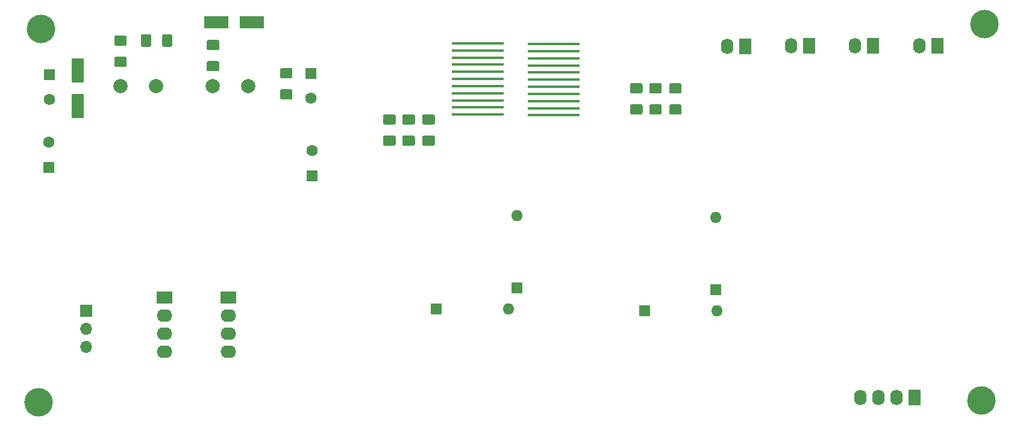
<source format=gbs>
G04 #@! TF.GenerationSoftware,KiCad,Pcbnew,(5.0.0-3-g5ebb6b6)*
G04 #@! TF.CreationDate,2019-01-18T17:45:58+01:00*
G04 #@! TF.ProjectId,Motor_Card,4D6F746F725F436172642E6B69636164,rev?*
G04 #@! TF.SameCoordinates,Original*
G04 #@! TF.FileFunction,Soldermask,Bot*
G04 #@! TF.FilePolarity,Negative*
%FSLAX46Y46*%
G04 Gerber Fmt 4.6, Leading zero omitted, Abs format (unit mm)*
G04 Created by KiCad (PCBNEW (5.0.0-3-g5ebb6b6)) date Friday 18 January 2019 à 17:45:58*
%MOMM*%
%LPD*%
G01*
G04 APERTURE LIST*
%ADD10O,1.600000X1.600000*%
%ADD11R,1.600000X1.600000*%
%ADD12C,1.600000*%
%ADD13C,2.000000*%
%ADD14R,7.400000X0.450000*%
%ADD15C,0.100000*%
%ADD16C,1.425000*%
%ADD17C,4.000000*%
%ADD18R,3.500000X1.800000*%
%ADD19R,1.800000X3.500000*%
%ADD20O,2.200000X1.740000*%
%ADD21R,2.200000X1.740000*%
%ADD22O,1.740000X2.200000*%
%ADD23R,1.740000X2.200000*%
%ADD24O,1.700000X1.700000*%
%ADD25R,1.700000X1.700000*%
G04 APERTURE END LIST*
D10*
G04 #@! TO.C,D3*
X169100000Y-91540000D03*
D11*
X169100000Y-101700000D03*
G04 #@! TD*
D12*
G04 #@! TO.C,C4*
X75400000Y-75000000D03*
D11*
X75400000Y-71500000D03*
G04 #@! TD*
D13*
G04 #@! TO.C,U12*
X85400000Y-73100000D03*
X90400000Y-73100000D03*
G04 #@! TD*
G04 #@! TO.C,U11*
X98400000Y-73100000D03*
X103400000Y-73100000D03*
G04 #@! TD*
D14*
G04 #@! TO.C,K2*
X146300000Y-76200000D03*
X146300000Y-74200000D03*
X146300000Y-72200000D03*
X146300000Y-70200000D03*
X146300000Y-68200000D03*
X146300000Y-67200000D03*
X146300000Y-69200000D03*
X146300000Y-71200000D03*
X146300000Y-73200000D03*
X146300000Y-75200000D03*
X146300000Y-77200000D03*
G04 #@! TD*
D12*
G04 #@! TO.C,C8*
X112300000Y-82200000D03*
D11*
X112300000Y-85700000D03*
G04 #@! TD*
D12*
G04 #@! TO.C,C7*
X75300000Y-81000000D03*
D11*
X75300000Y-84500000D03*
G04 #@! TD*
D12*
G04 #@! TO.C,C3*
X112200000Y-74800000D03*
D11*
X112200000Y-71300000D03*
G04 #@! TD*
D15*
G04 #@! TO.C,C5*
G36*
X99049504Y-69588704D02*
X99073773Y-69592304D01*
X99097571Y-69598265D01*
X99120671Y-69606530D01*
X99142849Y-69617020D01*
X99163893Y-69629633D01*
X99183598Y-69644247D01*
X99201777Y-69660723D01*
X99218253Y-69678902D01*
X99232867Y-69698607D01*
X99245480Y-69719651D01*
X99255970Y-69741829D01*
X99264235Y-69764929D01*
X99270196Y-69788727D01*
X99273796Y-69812996D01*
X99275000Y-69837500D01*
X99275000Y-70762500D01*
X99273796Y-70787004D01*
X99270196Y-70811273D01*
X99264235Y-70835071D01*
X99255970Y-70858171D01*
X99245480Y-70880349D01*
X99232867Y-70901393D01*
X99218253Y-70921098D01*
X99201777Y-70939277D01*
X99183598Y-70955753D01*
X99163893Y-70970367D01*
X99142849Y-70982980D01*
X99120671Y-70993470D01*
X99097571Y-71001735D01*
X99073773Y-71007696D01*
X99049504Y-71011296D01*
X99025000Y-71012500D01*
X97775000Y-71012500D01*
X97750496Y-71011296D01*
X97726227Y-71007696D01*
X97702429Y-71001735D01*
X97679329Y-70993470D01*
X97657151Y-70982980D01*
X97636107Y-70970367D01*
X97616402Y-70955753D01*
X97598223Y-70939277D01*
X97581747Y-70921098D01*
X97567133Y-70901393D01*
X97554520Y-70880349D01*
X97544030Y-70858171D01*
X97535765Y-70835071D01*
X97529804Y-70811273D01*
X97526204Y-70787004D01*
X97525000Y-70762500D01*
X97525000Y-69837500D01*
X97526204Y-69812996D01*
X97529804Y-69788727D01*
X97535765Y-69764929D01*
X97544030Y-69741829D01*
X97554520Y-69719651D01*
X97567133Y-69698607D01*
X97581747Y-69678902D01*
X97598223Y-69660723D01*
X97616402Y-69644247D01*
X97636107Y-69629633D01*
X97657151Y-69617020D01*
X97679329Y-69606530D01*
X97702429Y-69598265D01*
X97726227Y-69592304D01*
X97750496Y-69588704D01*
X97775000Y-69587500D01*
X99025000Y-69587500D01*
X99049504Y-69588704D01*
X99049504Y-69588704D01*
G37*
D16*
X98400000Y-70300000D03*
D15*
G36*
X99049504Y-66613704D02*
X99073773Y-66617304D01*
X99097571Y-66623265D01*
X99120671Y-66631530D01*
X99142849Y-66642020D01*
X99163893Y-66654633D01*
X99183598Y-66669247D01*
X99201777Y-66685723D01*
X99218253Y-66703902D01*
X99232867Y-66723607D01*
X99245480Y-66744651D01*
X99255970Y-66766829D01*
X99264235Y-66789929D01*
X99270196Y-66813727D01*
X99273796Y-66837996D01*
X99275000Y-66862500D01*
X99275000Y-67787500D01*
X99273796Y-67812004D01*
X99270196Y-67836273D01*
X99264235Y-67860071D01*
X99255970Y-67883171D01*
X99245480Y-67905349D01*
X99232867Y-67926393D01*
X99218253Y-67946098D01*
X99201777Y-67964277D01*
X99183598Y-67980753D01*
X99163893Y-67995367D01*
X99142849Y-68007980D01*
X99120671Y-68018470D01*
X99097571Y-68026735D01*
X99073773Y-68032696D01*
X99049504Y-68036296D01*
X99025000Y-68037500D01*
X97775000Y-68037500D01*
X97750496Y-68036296D01*
X97726227Y-68032696D01*
X97702429Y-68026735D01*
X97679329Y-68018470D01*
X97657151Y-68007980D01*
X97636107Y-67995367D01*
X97616402Y-67980753D01*
X97598223Y-67964277D01*
X97581747Y-67946098D01*
X97567133Y-67926393D01*
X97554520Y-67905349D01*
X97544030Y-67883171D01*
X97535765Y-67860071D01*
X97529804Y-67836273D01*
X97526204Y-67812004D01*
X97525000Y-67787500D01*
X97525000Y-66862500D01*
X97526204Y-66837996D01*
X97529804Y-66813727D01*
X97535765Y-66789929D01*
X97544030Y-66766829D01*
X97554520Y-66744651D01*
X97567133Y-66723607D01*
X97581747Y-66703902D01*
X97598223Y-66685723D01*
X97616402Y-66669247D01*
X97636107Y-66654633D01*
X97657151Y-66642020D01*
X97679329Y-66631530D01*
X97702429Y-66623265D01*
X97726227Y-66617304D01*
X97750496Y-66613704D01*
X97775000Y-66612500D01*
X99025000Y-66612500D01*
X99049504Y-66613704D01*
X99049504Y-66613704D01*
G37*
D16*
X98400000Y-67325000D03*
G04 #@! TD*
D15*
G04 #@! TO.C,C6*
G36*
X86049504Y-68988704D02*
X86073773Y-68992304D01*
X86097571Y-68998265D01*
X86120671Y-69006530D01*
X86142849Y-69017020D01*
X86163893Y-69029633D01*
X86183598Y-69044247D01*
X86201777Y-69060723D01*
X86218253Y-69078902D01*
X86232867Y-69098607D01*
X86245480Y-69119651D01*
X86255970Y-69141829D01*
X86264235Y-69164929D01*
X86270196Y-69188727D01*
X86273796Y-69212996D01*
X86275000Y-69237500D01*
X86275000Y-70162500D01*
X86273796Y-70187004D01*
X86270196Y-70211273D01*
X86264235Y-70235071D01*
X86255970Y-70258171D01*
X86245480Y-70280349D01*
X86232867Y-70301393D01*
X86218253Y-70321098D01*
X86201777Y-70339277D01*
X86183598Y-70355753D01*
X86163893Y-70370367D01*
X86142849Y-70382980D01*
X86120671Y-70393470D01*
X86097571Y-70401735D01*
X86073773Y-70407696D01*
X86049504Y-70411296D01*
X86025000Y-70412500D01*
X84775000Y-70412500D01*
X84750496Y-70411296D01*
X84726227Y-70407696D01*
X84702429Y-70401735D01*
X84679329Y-70393470D01*
X84657151Y-70382980D01*
X84636107Y-70370367D01*
X84616402Y-70355753D01*
X84598223Y-70339277D01*
X84581747Y-70321098D01*
X84567133Y-70301393D01*
X84554520Y-70280349D01*
X84544030Y-70258171D01*
X84535765Y-70235071D01*
X84529804Y-70211273D01*
X84526204Y-70187004D01*
X84525000Y-70162500D01*
X84525000Y-69237500D01*
X84526204Y-69212996D01*
X84529804Y-69188727D01*
X84535765Y-69164929D01*
X84544030Y-69141829D01*
X84554520Y-69119651D01*
X84567133Y-69098607D01*
X84581747Y-69078902D01*
X84598223Y-69060723D01*
X84616402Y-69044247D01*
X84636107Y-69029633D01*
X84657151Y-69017020D01*
X84679329Y-69006530D01*
X84702429Y-68998265D01*
X84726227Y-68992304D01*
X84750496Y-68988704D01*
X84775000Y-68987500D01*
X86025000Y-68987500D01*
X86049504Y-68988704D01*
X86049504Y-68988704D01*
G37*
D16*
X85400000Y-69700000D03*
D15*
G36*
X86049504Y-66013704D02*
X86073773Y-66017304D01*
X86097571Y-66023265D01*
X86120671Y-66031530D01*
X86142849Y-66042020D01*
X86163893Y-66054633D01*
X86183598Y-66069247D01*
X86201777Y-66085723D01*
X86218253Y-66103902D01*
X86232867Y-66123607D01*
X86245480Y-66144651D01*
X86255970Y-66166829D01*
X86264235Y-66189929D01*
X86270196Y-66213727D01*
X86273796Y-66237996D01*
X86275000Y-66262500D01*
X86275000Y-67187500D01*
X86273796Y-67212004D01*
X86270196Y-67236273D01*
X86264235Y-67260071D01*
X86255970Y-67283171D01*
X86245480Y-67305349D01*
X86232867Y-67326393D01*
X86218253Y-67346098D01*
X86201777Y-67364277D01*
X86183598Y-67380753D01*
X86163893Y-67395367D01*
X86142849Y-67407980D01*
X86120671Y-67418470D01*
X86097571Y-67426735D01*
X86073773Y-67432696D01*
X86049504Y-67436296D01*
X86025000Y-67437500D01*
X84775000Y-67437500D01*
X84750496Y-67436296D01*
X84726227Y-67432696D01*
X84702429Y-67426735D01*
X84679329Y-67418470D01*
X84657151Y-67407980D01*
X84636107Y-67395367D01*
X84616402Y-67380753D01*
X84598223Y-67364277D01*
X84581747Y-67346098D01*
X84567133Y-67326393D01*
X84554520Y-67305349D01*
X84544030Y-67283171D01*
X84535765Y-67260071D01*
X84529804Y-67236273D01*
X84526204Y-67212004D01*
X84525000Y-67187500D01*
X84525000Y-66262500D01*
X84526204Y-66237996D01*
X84529804Y-66213727D01*
X84535765Y-66189929D01*
X84544030Y-66166829D01*
X84554520Y-66144651D01*
X84567133Y-66123607D01*
X84581747Y-66103902D01*
X84598223Y-66085723D01*
X84616402Y-66069247D01*
X84636107Y-66054633D01*
X84657151Y-66042020D01*
X84679329Y-66031530D01*
X84702429Y-66023265D01*
X84726227Y-66017304D01*
X84750496Y-66013704D01*
X84775000Y-66012500D01*
X86025000Y-66012500D01*
X86049504Y-66013704D01*
X86049504Y-66013704D01*
G37*
D16*
X85400000Y-66725000D03*
G04 #@! TD*
D14*
G04 #@! TO.C,K1*
X135600000Y-68100000D03*
X135600000Y-70100000D03*
X135600000Y-72100000D03*
X135600000Y-74100000D03*
X135600000Y-76100000D03*
X135600000Y-77100000D03*
X135600000Y-75100000D03*
X135600000Y-73100000D03*
X135600000Y-71100000D03*
X135600000Y-69100000D03*
X135600000Y-67100000D03*
G04 #@! TD*
D15*
G04 #@! TO.C,R5*
G36*
X89487004Y-65826204D02*
X89511273Y-65829804D01*
X89535071Y-65835765D01*
X89558171Y-65844030D01*
X89580349Y-65854520D01*
X89601393Y-65867133D01*
X89621098Y-65881747D01*
X89639277Y-65898223D01*
X89655753Y-65916402D01*
X89670367Y-65936107D01*
X89682980Y-65957151D01*
X89693470Y-65979329D01*
X89701735Y-66002429D01*
X89707696Y-66026227D01*
X89711296Y-66050496D01*
X89712500Y-66075000D01*
X89712500Y-67325000D01*
X89711296Y-67349504D01*
X89707696Y-67373773D01*
X89701735Y-67397571D01*
X89693470Y-67420671D01*
X89682980Y-67442849D01*
X89670367Y-67463893D01*
X89655753Y-67483598D01*
X89639277Y-67501777D01*
X89621098Y-67518253D01*
X89601393Y-67532867D01*
X89580349Y-67545480D01*
X89558171Y-67555970D01*
X89535071Y-67564235D01*
X89511273Y-67570196D01*
X89487004Y-67573796D01*
X89462500Y-67575000D01*
X88537500Y-67575000D01*
X88512996Y-67573796D01*
X88488727Y-67570196D01*
X88464929Y-67564235D01*
X88441829Y-67555970D01*
X88419651Y-67545480D01*
X88398607Y-67532867D01*
X88378902Y-67518253D01*
X88360723Y-67501777D01*
X88344247Y-67483598D01*
X88329633Y-67463893D01*
X88317020Y-67442849D01*
X88306530Y-67420671D01*
X88298265Y-67397571D01*
X88292304Y-67373773D01*
X88288704Y-67349504D01*
X88287500Y-67325000D01*
X88287500Y-66075000D01*
X88288704Y-66050496D01*
X88292304Y-66026227D01*
X88298265Y-66002429D01*
X88306530Y-65979329D01*
X88317020Y-65957151D01*
X88329633Y-65936107D01*
X88344247Y-65916402D01*
X88360723Y-65898223D01*
X88378902Y-65881747D01*
X88398607Y-65867133D01*
X88419651Y-65854520D01*
X88441829Y-65844030D01*
X88464929Y-65835765D01*
X88488727Y-65829804D01*
X88512996Y-65826204D01*
X88537500Y-65825000D01*
X89462500Y-65825000D01*
X89487004Y-65826204D01*
X89487004Y-65826204D01*
G37*
D16*
X89000000Y-66700000D03*
D15*
G36*
X92462004Y-65826204D02*
X92486273Y-65829804D01*
X92510071Y-65835765D01*
X92533171Y-65844030D01*
X92555349Y-65854520D01*
X92576393Y-65867133D01*
X92596098Y-65881747D01*
X92614277Y-65898223D01*
X92630753Y-65916402D01*
X92645367Y-65936107D01*
X92657980Y-65957151D01*
X92668470Y-65979329D01*
X92676735Y-66002429D01*
X92682696Y-66026227D01*
X92686296Y-66050496D01*
X92687500Y-66075000D01*
X92687500Y-67325000D01*
X92686296Y-67349504D01*
X92682696Y-67373773D01*
X92676735Y-67397571D01*
X92668470Y-67420671D01*
X92657980Y-67442849D01*
X92645367Y-67463893D01*
X92630753Y-67483598D01*
X92614277Y-67501777D01*
X92596098Y-67518253D01*
X92576393Y-67532867D01*
X92555349Y-67545480D01*
X92533171Y-67555970D01*
X92510071Y-67564235D01*
X92486273Y-67570196D01*
X92462004Y-67573796D01*
X92437500Y-67575000D01*
X91512500Y-67575000D01*
X91487996Y-67573796D01*
X91463727Y-67570196D01*
X91439929Y-67564235D01*
X91416829Y-67555970D01*
X91394651Y-67545480D01*
X91373607Y-67532867D01*
X91353902Y-67518253D01*
X91335723Y-67501777D01*
X91319247Y-67483598D01*
X91304633Y-67463893D01*
X91292020Y-67442849D01*
X91281530Y-67420671D01*
X91273265Y-67397571D01*
X91267304Y-67373773D01*
X91263704Y-67349504D01*
X91262500Y-67325000D01*
X91262500Y-66075000D01*
X91263704Y-66050496D01*
X91267304Y-66026227D01*
X91273265Y-66002429D01*
X91281530Y-65979329D01*
X91292020Y-65957151D01*
X91304633Y-65936107D01*
X91319247Y-65916402D01*
X91335723Y-65898223D01*
X91353902Y-65881747D01*
X91373607Y-65867133D01*
X91394651Y-65854520D01*
X91416829Y-65844030D01*
X91439929Y-65835765D01*
X91463727Y-65829804D01*
X91487996Y-65826204D01*
X91512500Y-65825000D01*
X92437500Y-65825000D01*
X92462004Y-65826204D01*
X92462004Y-65826204D01*
G37*
D16*
X91975000Y-66700000D03*
G04 #@! TD*
D15*
G04 #@! TO.C,R6*
G36*
X109349504Y-70588704D02*
X109373773Y-70592304D01*
X109397571Y-70598265D01*
X109420671Y-70606530D01*
X109442849Y-70617020D01*
X109463893Y-70629633D01*
X109483598Y-70644247D01*
X109501777Y-70660723D01*
X109518253Y-70678902D01*
X109532867Y-70698607D01*
X109545480Y-70719651D01*
X109555970Y-70741829D01*
X109564235Y-70764929D01*
X109570196Y-70788727D01*
X109573796Y-70812996D01*
X109575000Y-70837500D01*
X109575000Y-71762500D01*
X109573796Y-71787004D01*
X109570196Y-71811273D01*
X109564235Y-71835071D01*
X109555970Y-71858171D01*
X109545480Y-71880349D01*
X109532867Y-71901393D01*
X109518253Y-71921098D01*
X109501777Y-71939277D01*
X109483598Y-71955753D01*
X109463893Y-71970367D01*
X109442849Y-71982980D01*
X109420671Y-71993470D01*
X109397571Y-72001735D01*
X109373773Y-72007696D01*
X109349504Y-72011296D01*
X109325000Y-72012500D01*
X108075000Y-72012500D01*
X108050496Y-72011296D01*
X108026227Y-72007696D01*
X108002429Y-72001735D01*
X107979329Y-71993470D01*
X107957151Y-71982980D01*
X107936107Y-71970367D01*
X107916402Y-71955753D01*
X107898223Y-71939277D01*
X107881747Y-71921098D01*
X107867133Y-71901393D01*
X107854520Y-71880349D01*
X107844030Y-71858171D01*
X107835765Y-71835071D01*
X107829804Y-71811273D01*
X107826204Y-71787004D01*
X107825000Y-71762500D01*
X107825000Y-70837500D01*
X107826204Y-70812996D01*
X107829804Y-70788727D01*
X107835765Y-70764929D01*
X107844030Y-70741829D01*
X107854520Y-70719651D01*
X107867133Y-70698607D01*
X107881747Y-70678902D01*
X107898223Y-70660723D01*
X107916402Y-70644247D01*
X107936107Y-70629633D01*
X107957151Y-70617020D01*
X107979329Y-70606530D01*
X108002429Y-70598265D01*
X108026227Y-70592304D01*
X108050496Y-70588704D01*
X108075000Y-70587500D01*
X109325000Y-70587500D01*
X109349504Y-70588704D01*
X109349504Y-70588704D01*
G37*
D16*
X108700000Y-71300000D03*
D15*
G36*
X109349504Y-73563704D02*
X109373773Y-73567304D01*
X109397571Y-73573265D01*
X109420671Y-73581530D01*
X109442849Y-73592020D01*
X109463893Y-73604633D01*
X109483598Y-73619247D01*
X109501777Y-73635723D01*
X109518253Y-73653902D01*
X109532867Y-73673607D01*
X109545480Y-73694651D01*
X109555970Y-73716829D01*
X109564235Y-73739929D01*
X109570196Y-73763727D01*
X109573796Y-73787996D01*
X109575000Y-73812500D01*
X109575000Y-74737500D01*
X109573796Y-74762004D01*
X109570196Y-74786273D01*
X109564235Y-74810071D01*
X109555970Y-74833171D01*
X109545480Y-74855349D01*
X109532867Y-74876393D01*
X109518253Y-74896098D01*
X109501777Y-74914277D01*
X109483598Y-74930753D01*
X109463893Y-74945367D01*
X109442849Y-74957980D01*
X109420671Y-74968470D01*
X109397571Y-74976735D01*
X109373773Y-74982696D01*
X109349504Y-74986296D01*
X109325000Y-74987500D01*
X108075000Y-74987500D01*
X108050496Y-74986296D01*
X108026227Y-74982696D01*
X108002429Y-74976735D01*
X107979329Y-74968470D01*
X107957151Y-74957980D01*
X107936107Y-74945367D01*
X107916402Y-74930753D01*
X107898223Y-74914277D01*
X107881747Y-74896098D01*
X107867133Y-74876393D01*
X107854520Y-74855349D01*
X107844030Y-74833171D01*
X107835765Y-74810071D01*
X107829804Y-74786273D01*
X107826204Y-74762004D01*
X107825000Y-74737500D01*
X107825000Y-73812500D01*
X107826204Y-73787996D01*
X107829804Y-73763727D01*
X107835765Y-73739929D01*
X107844030Y-73716829D01*
X107854520Y-73694651D01*
X107867133Y-73673607D01*
X107881747Y-73653902D01*
X107898223Y-73635723D01*
X107916402Y-73619247D01*
X107936107Y-73604633D01*
X107957151Y-73592020D01*
X107979329Y-73581530D01*
X108002429Y-73573265D01*
X108026227Y-73567304D01*
X108050496Y-73563704D01*
X108075000Y-73562500D01*
X109325000Y-73562500D01*
X109349504Y-73563704D01*
X109349504Y-73563704D01*
G37*
D16*
X108700000Y-74275000D03*
G04 #@! TD*
D15*
G04 #@! TO.C,RH1*
G36*
X129349504Y-77088704D02*
X129373773Y-77092304D01*
X129397571Y-77098265D01*
X129420671Y-77106530D01*
X129442849Y-77117020D01*
X129463893Y-77129633D01*
X129483598Y-77144247D01*
X129501777Y-77160723D01*
X129518253Y-77178902D01*
X129532867Y-77198607D01*
X129545480Y-77219651D01*
X129555970Y-77241829D01*
X129564235Y-77264929D01*
X129570196Y-77288727D01*
X129573796Y-77312996D01*
X129575000Y-77337500D01*
X129575000Y-78262500D01*
X129573796Y-78287004D01*
X129570196Y-78311273D01*
X129564235Y-78335071D01*
X129555970Y-78358171D01*
X129545480Y-78380349D01*
X129532867Y-78401393D01*
X129518253Y-78421098D01*
X129501777Y-78439277D01*
X129483598Y-78455753D01*
X129463893Y-78470367D01*
X129442849Y-78482980D01*
X129420671Y-78493470D01*
X129397571Y-78501735D01*
X129373773Y-78507696D01*
X129349504Y-78511296D01*
X129325000Y-78512500D01*
X128075000Y-78512500D01*
X128050496Y-78511296D01*
X128026227Y-78507696D01*
X128002429Y-78501735D01*
X127979329Y-78493470D01*
X127957151Y-78482980D01*
X127936107Y-78470367D01*
X127916402Y-78455753D01*
X127898223Y-78439277D01*
X127881747Y-78421098D01*
X127867133Y-78401393D01*
X127854520Y-78380349D01*
X127844030Y-78358171D01*
X127835765Y-78335071D01*
X127829804Y-78311273D01*
X127826204Y-78287004D01*
X127825000Y-78262500D01*
X127825000Y-77337500D01*
X127826204Y-77312996D01*
X127829804Y-77288727D01*
X127835765Y-77264929D01*
X127844030Y-77241829D01*
X127854520Y-77219651D01*
X127867133Y-77198607D01*
X127881747Y-77178902D01*
X127898223Y-77160723D01*
X127916402Y-77144247D01*
X127936107Y-77129633D01*
X127957151Y-77117020D01*
X127979329Y-77106530D01*
X128002429Y-77098265D01*
X128026227Y-77092304D01*
X128050496Y-77088704D01*
X128075000Y-77087500D01*
X129325000Y-77087500D01*
X129349504Y-77088704D01*
X129349504Y-77088704D01*
G37*
D16*
X128700000Y-77800000D03*
D15*
G36*
X129349504Y-80063704D02*
X129373773Y-80067304D01*
X129397571Y-80073265D01*
X129420671Y-80081530D01*
X129442849Y-80092020D01*
X129463893Y-80104633D01*
X129483598Y-80119247D01*
X129501777Y-80135723D01*
X129518253Y-80153902D01*
X129532867Y-80173607D01*
X129545480Y-80194651D01*
X129555970Y-80216829D01*
X129564235Y-80239929D01*
X129570196Y-80263727D01*
X129573796Y-80287996D01*
X129575000Y-80312500D01*
X129575000Y-81237500D01*
X129573796Y-81262004D01*
X129570196Y-81286273D01*
X129564235Y-81310071D01*
X129555970Y-81333171D01*
X129545480Y-81355349D01*
X129532867Y-81376393D01*
X129518253Y-81396098D01*
X129501777Y-81414277D01*
X129483598Y-81430753D01*
X129463893Y-81445367D01*
X129442849Y-81457980D01*
X129420671Y-81468470D01*
X129397571Y-81476735D01*
X129373773Y-81482696D01*
X129349504Y-81486296D01*
X129325000Y-81487500D01*
X128075000Y-81487500D01*
X128050496Y-81486296D01*
X128026227Y-81482696D01*
X128002429Y-81476735D01*
X127979329Y-81468470D01*
X127957151Y-81457980D01*
X127936107Y-81445367D01*
X127916402Y-81430753D01*
X127898223Y-81414277D01*
X127881747Y-81396098D01*
X127867133Y-81376393D01*
X127854520Y-81355349D01*
X127844030Y-81333171D01*
X127835765Y-81310071D01*
X127829804Y-81286273D01*
X127826204Y-81262004D01*
X127825000Y-81237500D01*
X127825000Y-80312500D01*
X127826204Y-80287996D01*
X127829804Y-80263727D01*
X127835765Y-80239929D01*
X127844030Y-80216829D01*
X127854520Y-80194651D01*
X127867133Y-80173607D01*
X127881747Y-80153902D01*
X127898223Y-80135723D01*
X127916402Y-80119247D01*
X127936107Y-80104633D01*
X127957151Y-80092020D01*
X127979329Y-80081530D01*
X128002429Y-80073265D01*
X128026227Y-80067304D01*
X128050496Y-80063704D01*
X128075000Y-80062500D01*
X129325000Y-80062500D01*
X129349504Y-80063704D01*
X129349504Y-80063704D01*
G37*
D16*
X128700000Y-80775000D03*
G04 #@! TD*
D15*
G04 #@! TO.C,RH2*
G36*
X123849504Y-77088704D02*
X123873773Y-77092304D01*
X123897571Y-77098265D01*
X123920671Y-77106530D01*
X123942849Y-77117020D01*
X123963893Y-77129633D01*
X123983598Y-77144247D01*
X124001777Y-77160723D01*
X124018253Y-77178902D01*
X124032867Y-77198607D01*
X124045480Y-77219651D01*
X124055970Y-77241829D01*
X124064235Y-77264929D01*
X124070196Y-77288727D01*
X124073796Y-77312996D01*
X124075000Y-77337500D01*
X124075000Y-78262500D01*
X124073796Y-78287004D01*
X124070196Y-78311273D01*
X124064235Y-78335071D01*
X124055970Y-78358171D01*
X124045480Y-78380349D01*
X124032867Y-78401393D01*
X124018253Y-78421098D01*
X124001777Y-78439277D01*
X123983598Y-78455753D01*
X123963893Y-78470367D01*
X123942849Y-78482980D01*
X123920671Y-78493470D01*
X123897571Y-78501735D01*
X123873773Y-78507696D01*
X123849504Y-78511296D01*
X123825000Y-78512500D01*
X122575000Y-78512500D01*
X122550496Y-78511296D01*
X122526227Y-78507696D01*
X122502429Y-78501735D01*
X122479329Y-78493470D01*
X122457151Y-78482980D01*
X122436107Y-78470367D01*
X122416402Y-78455753D01*
X122398223Y-78439277D01*
X122381747Y-78421098D01*
X122367133Y-78401393D01*
X122354520Y-78380349D01*
X122344030Y-78358171D01*
X122335765Y-78335071D01*
X122329804Y-78311273D01*
X122326204Y-78287004D01*
X122325000Y-78262500D01*
X122325000Y-77337500D01*
X122326204Y-77312996D01*
X122329804Y-77288727D01*
X122335765Y-77264929D01*
X122344030Y-77241829D01*
X122354520Y-77219651D01*
X122367133Y-77198607D01*
X122381747Y-77178902D01*
X122398223Y-77160723D01*
X122416402Y-77144247D01*
X122436107Y-77129633D01*
X122457151Y-77117020D01*
X122479329Y-77106530D01*
X122502429Y-77098265D01*
X122526227Y-77092304D01*
X122550496Y-77088704D01*
X122575000Y-77087500D01*
X123825000Y-77087500D01*
X123849504Y-77088704D01*
X123849504Y-77088704D01*
G37*
D16*
X123200000Y-77800000D03*
D15*
G36*
X123849504Y-80063704D02*
X123873773Y-80067304D01*
X123897571Y-80073265D01*
X123920671Y-80081530D01*
X123942849Y-80092020D01*
X123963893Y-80104633D01*
X123983598Y-80119247D01*
X124001777Y-80135723D01*
X124018253Y-80153902D01*
X124032867Y-80173607D01*
X124045480Y-80194651D01*
X124055970Y-80216829D01*
X124064235Y-80239929D01*
X124070196Y-80263727D01*
X124073796Y-80287996D01*
X124075000Y-80312500D01*
X124075000Y-81237500D01*
X124073796Y-81262004D01*
X124070196Y-81286273D01*
X124064235Y-81310071D01*
X124055970Y-81333171D01*
X124045480Y-81355349D01*
X124032867Y-81376393D01*
X124018253Y-81396098D01*
X124001777Y-81414277D01*
X123983598Y-81430753D01*
X123963893Y-81445367D01*
X123942849Y-81457980D01*
X123920671Y-81468470D01*
X123897571Y-81476735D01*
X123873773Y-81482696D01*
X123849504Y-81486296D01*
X123825000Y-81487500D01*
X122575000Y-81487500D01*
X122550496Y-81486296D01*
X122526227Y-81482696D01*
X122502429Y-81476735D01*
X122479329Y-81468470D01*
X122457151Y-81457980D01*
X122436107Y-81445367D01*
X122416402Y-81430753D01*
X122398223Y-81414277D01*
X122381747Y-81396098D01*
X122367133Y-81376393D01*
X122354520Y-81355349D01*
X122344030Y-81333171D01*
X122335765Y-81310071D01*
X122329804Y-81286273D01*
X122326204Y-81262004D01*
X122325000Y-81237500D01*
X122325000Y-80312500D01*
X122326204Y-80287996D01*
X122329804Y-80263727D01*
X122335765Y-80239929D01*
X122344030Y-80216829D01*
X122354520Y-80194651D01*
X122367133Y-80173607D01*
X122381747Y-80153902D01*
X122398223Y-80135723D01*
X122416402Y-80119247D01*
X122436107Y-80104633D01*
X122457151Y-80092020D01*
X122479329Y-80081530D01*
X122502429Y-80073265D01*
X122526227Y-80067304D01*
X122550496Y-80063704D01*
X122575000Y-80062500D01*
X123825000Y-80062500D01*
X123849504Y-80063704D01*
X123849504Y-80063704D01*
G37*
D16*
X123200000Y-80775000D03*
G04 #@! TD*
D15*
G04 #@! TO.C,RH3*
G36*
X126549504Y-77088704D02*
X126573773Y-77092304D01*
X126597571Y-77098265D01*
X126620671Y-77106530D01*
X126642849Y-77117020D01*
X126663893Y-77129633D01*
X126683598Y-77144247D01*
X126701777Y-77160723D01*
X126718253Y-77178902D01*
X126732867Y-77198607D01*
X126745480Y-77219651D01*
X126755970Y-77241829D01*
X126764235Y-77264929D01*
X126770196Y-77288727D01*
X126773796Y-77312996D01*
X126775000Y-77337500D01*
X126775000Y-78262500D01*
X126773796Y-78287004D01*
X126770196Y-78311273D01*
X126764235Y-78335071D01*
X126755970Y-78358171D01*
X126745480Y-78380349D01*
X126732867Y-78401393D01*
X126718253Y-78421098D01*
X126701777Y-78439277D01*
X126683598Y-78455753D01*
X126663893Y-78470367D01*
X126642849Y-78482980D01*
X126620671Y-78493470D01*
X126597571Y-78501735D01*
X126573773Y-78507696D01*
X126549504Y-78511296D01*
X126525000Y-78512500D01*
X125275000Y-78512500D01*
X125250496Y-78511296D01*
X125226227Y-78507696D01*
X125202429Y-78501735D01*
X125179329Y-78493470D01*
X125157151Y-78482980D01*
X125136107Y-78470367D01*
X125116402Y-78455753D01*
X125098223Y-78439277D01*
X125081747Y-78421098D01*
X125067133Y-78401393D01*
X125054520Y-78380349D01*
X125044030Y-78358171D01*
X125035765Y-78335071D01*
X125029804Y-78311273D01*
X125026204Y-78287004D01*
X125025000Y-78262500D01*
X125025000Y-77337500D01*
X125026204Y-77312996D01*
X125029804Y-77288727D01*
X125035765Y-77264929D01*
X125044030Y-77241829D01*
X125054520Y-77219651D01*
X125067133Y-77198607D01*
X125081747Y-77178902D01*
X125098223Y-77160723D01*
X125116402Y-77144247D01*
X125136107Y-77129633D01*
X125157151Y-77117020D01*
X125179329Y-77106530D01*
X125202429Y-77098265D01*
X125226227Y-77092304D01*
X125250496Y-77088704D01*
X125275000Y-77087500D01*
X126525000Y-77087500D01*
X126549504Y-77088704D01*
X126549504Y-77088704D01*
G37*
D16*
X125900000Y-77800000D03*
D15*
G36*
X126549504Y-80063704D02*
X126573773Y-80067304D01*
X126597571Y-80073265D01*
X126620671Y-80081530D01*
X126642849Y-80092020D01*
X126663893Y-80104633D01*
X126683598Y-80119247D01*
X126701777Y-80135723D01*
X126718253Y-80153902D01*
X126732867Y-80173607D01*
X126745480Y-80194651D01*
X126755970Y-80216829D01*
X126764235Y-80239929D01*
X126770196Y-80263727D01*
X126773796Y-80287996D01*
X126775000Y-80312500D01*
X126775000Y-81237500D01*
X126773796Y-81262004D01*
X126770196Y-81286273D01*
X126764235Y-81310071D01*
X126755970Y-81333171D01*
X126745480Y-81355349D01*
X126732867Y-81376393D01*
X126718253Y-81396098D01*
X126701777Y-81414277D01*
X126683598Y-81430753D01*
X126663893Y-81445367D01*
X126642849Y-81457980D01*
X126620671Y-81468470D01*
X126597571Y-81476735D01*
X126573773Y-81482696D01*
X126549504Y-81486296D01*
X126525000Y-81487500D01*
X125275000Y-81487500D01*
X125250496Y-81486296D01*
X125226227Y-81482696D01*
X125202429Y-81476735D01*
X125179329Y-81468470D01*
X125157151Y-81457980D01*
X125136107Y-81445367D01*
X125116402Y-81430753D01*
X125098223Y-81414277D01*
X125081747Y-81396098D01*
X125067133Y-81376393D01*
X125054520Y-81355349D01*
X125044030Y-81333171D01*
X125035765Y-81310071D01*
X125029804Y-81286273D01*
X125026204Y-81262004D01*
X125025000Y-81237500D01*
X125025000Y-80312500D01*
X125026204Y-80287996D01*
X125029804Y-80263727D01*
X125035765Y-80239929D01*
X125044030Y-80216829D01*
X125054520Y-80194651D01*
X125067133Y-80173607D01*
X125081747Y-80153902D01*
X125098223Y-80135723D01*
X125116402Y-80119247D01*
X125136107Y-80104633D01*
X125157151Y-80092020D01*
X125179329Y-80081530D01*
X125202429Y-80073265D01*
X125226227Y-80067304D01*
X125250496Y-80063704D01*
X125275000Y-80062500D01*
X126525000Y-80062500D01*
X126549504Y-80063704D01*
X126549504Y-80063704D01*
G37*
D16*
X125900000Y-80775000D03*
G04 #@! TD*
D15*
G04 #@! TO.C,RH4*
G36*
X158549504Y-75663704D02*
X158573773Y-75667304D01*
X158597571Y-75673265D01*
X158620671Y-75681530D01*
X158642849Y-75692020D01*
X158663893Y-75704633D01*
X158683598Y-75719247D01*
X158701777Y-75735723D01*
X158718253Y-75753902D01*
X158732867Y-75773607D01*
X158745480Y-75794651D01*
X158755970Y-75816829D01*
X158764235Y-75839929D01*
X158770196Y-75863727D01*
X158773796Y-75887996D01*
X158775000Y-75912500D01*
X158775000Y-76837500D01*
X158773796Y-76862004D01*
X158770196Y-76886273D01*
X158764235Y-76910071D01*
X158755970Y-76933171D01*
X158745480Y-76955349D01*
X158732867Y-76976393D01*
X158718253Y-76996098D01*
X158701777Y-77014277D01*
X158683598Y-77030753D01*
X158663893Y-77045367D01*
X158642849Y-77057980D01*
X158620671Y-77068470D01*
X158597571Y-77076735D01*
X158573773Y-77082696D01*
X158549504Y-77086296D01*
X158525000Y-77087500D01*
X157275000Y-77087500D01*
X157250496Y-77086296D01*
X157226227Y-77082696D01*
X157202429Y-77076735D01*
X157179329Y-77068470D01*
X157157151Y-77057980D01*
X157136107Y-77045367D01*
X157116402Y-77030753D01*
X157098223Y-77014277D01*
X157081747Y-76996098D01*
X157067133Y-76976393D01*
X157054520Y-76955349D01*
X157044030Y-76933171D01*
X157035765Y-76910071D01*
X157029804Y-76886273D01*
X157026204Y-76862004D01*
X157025000Y-76837500D01*
X157025000Y-75912500D01*
X157026204Y-75887996D01*
X157029804Y-75863727D01*
X157035765Y-75839929D01*
X157044030Y-75816829D01*
X157054520Y-75794651D01*
X157067133Y-75773607D01*
X157081747Y-75753902D01*
X157098223Y-75735723D01*
X157116402Y-75719247D01*
X157136107Y-75704633D01*
X157157151Y-75692020D01*
X157179329Y-75681530D01*
X157202429Y-75673265D01*
X157226227Y-75667304D01*
X157250496Y-75663704D01*
X157275000Y-75662500D01*
X158525000Y-75662500D01*
X158549504Y-75663704D01*
X158549504Y-75663704D01*
G37*
D16*
X157900000Y-76375000D03*
D15*
G36*
X158549504Y-72688704D02*
X158573773Y-72692304D01*
X158597571Y-72698265D01*
X158620671Y-72706530D01*
X158642849Y-72717020D01*
X158663893Y-72729633D01*
X158683598Y-72744247D01*
X158701777Y-72760723D01*
X158718253Y-72778902D01*
X158732867Y-72798607D01*
X158745480Y-72819651D01*
X158755970Y-72841829D01*
X158764235Y-72864929D01*
X158770196Y-72888727D01*
X158773796Y-72912996D01*
X158775000Y-72937500D01*
X158775000Y-73862500D01*
X158773796Y-73887004D01*
X158770196Y-73911273D01*
X158764235Y-73935071D01*
X158755970Y-73958171D01*
X158745480Y-73980349D01*
X158732867Y-74001393D01*
X158718253Y-74021098D01*
X158701777Y-74039277D01*
X158683598Y-74055753D01*
X158663893Y-74070367D01*
X158642849Y-74082980D01*
X158620671Y-74093470D01*
X158597571Y-74101735D01*
X158573773Y-74107696D01*
X158549504Y-74111296D01*
X158525000Y-74112500D01*
X157275000Y-74112500D01*
X157250496Y-74111296D01*
X157226227Y-74107696D01*
X157202429Y-74101735D01*
X157179329Y-74093470D01*
X157157151Y-74082980D01*
X157136107Y-74070367D01*
X157116402Y-74055753D01*
X157098223Y-74039277D01*
X157081747Y-74021098D01*
X157067133Y-74001393D01*
X157054520Y-73980349D01*
X157044030Y-73958171D01*
X157035765Y-73935071D01*
X157029804Y-73911273D01*
X157026204Y-73887004D01*
X157025000Y-73862500D01*
X157025000Y-72937500D01*
X157026204Y-72912996D01*
X157029804Y-72888727D01*
X157035765Y-72864929D01*
X157044030Y-72841829D01*
X157054520Y-72819651D01*
X157067133Y-72798607D01*
X157081747Y-72778902D01*
X157098223Y-72760723D01*
X157116402Y-72744247D01*
X157136107Y-72729633D01*
X157157151Y-72717020D01*
X157179329Y-72706530D01*
X157202429Y-72698265D01*
X157226227Y-72692304D01*
X157250496Y-72688704D01*
X157275000Y-72687500D01*
X158525000Y-72687500D01*
X158549504Y-72688704D01*
X158549504Y-72688704D01*
G37*
D16*
X157900000Y-73400000D03*
G04 #@! TD*
D15*
G04 #@! TO.C,RH5*
G36*
X164049504Y-75688704D02*
X164073773Y-75692304D01*
X164097571Y-75698265D01*
X164120671Y-75706530D01*
X164142849Y-75717020D01*
X164163893Y-75729633D01*
X164183598Y-75744247D01*
X164201777Y-75760723D01*
X164218253Y-75778902D01*
X164232867Y-75798607D01*
X164245480Y-75819651D01*
X164255970Y-75841829D01*
X164264235Y-75864929D01*
X164270196Y-75888727D01*
X164273796Y-75912996D01*
X164275000Y-75937500D01*
X164275000Y-76862500D01*
X164273796Y-76887004D01*
X164270196Y-76911273D01*
X164264235Y-76935071D01*
X164255970Y-76958171D01*
X164245480Y-76980349D01*
X164232867Y-77001393D01*
X164218253Y-77021098D01*
X164201777Y-77039277D01*
X164183598Y-77055753D01*
X164163893Y-77070367D01*
X164142849Y-77082980D01*
X164120671Y-77093470D01*
X164097571Y-77101735D01*
X164073773Y-77107696D01*
X164049504Y-77111296D01*
X164025000Y-77112500D01*
X162775000Y-77112500D01*
X162750496Y-77111296D01*
X162726227Y-77107696D01*
X162702429Y-77101735D01*
X162679329Y-77093470D01*
X162657151Y-77082980D01*
X162636107Y-77070367D01*
X162616402Y-77055753D01*
X162598223Y-77039277D01*
X162581747Y-77021098D01*
X162567133Y-77001393D01*
X162554520Y-76980349D01*
X162544030Y-76958171D01*
X162535765Y-76935071D01*
X162529804Y-76911273D01*
X162526204Y-76887004D01*
X162525000Y-76862500D01*
X162525000Y-75937500D01*
X162526204Y-75912996D01*
X162529804Y-75888727D01*
X162535765Y-75864929D01*
X162544030Y-75841829D01*
X162554520Y-75819651D01*
X162567133Y-75798607D01*
X162581747Y-75778902D01*
X162598223Y-75760723D01*
X162616402Y-75744247D01*
X162636107Y-75729633D01*
X162657151Y-75717020D01*
X162679329Y-75706530D01*
X162702429Y-75698265D01*
X162726227Y-75692304D01*
X162750496Y-75688704D01*
X162775000Y-75687500D01*
X164025000Y-75687500D01*
X164049504Y-75688704D01*
X164049504Y-75688704D01*
G37*
D16*
X163400000Y-76400000D03*
D15*
G36*
X164049504Y-72713704D02*
X164073773Y-72717304D01*
X164097571Y-72723265D01*
X164120671Y-72731530D01*
X164142849Y-72742020D01*
X164163893Y-72754633D01*
X164183598Y-72769247D01*
X164201777Y-72785723D01*
X164218253Y-72803902D01*
X164232867Y-72823607D01*
X164245480Y-72844651D01*
X164255970Y-72866829D01*
X164264235Y-72889929D01*
X164270196Y-72913727D01*
X164273796Y-72937996D01*
X164275000Y-72962500D01*
X164275000Y-73887500D01*
X164273796Y-73912004D01*
X164270196Y-73936273D01*
X164264235Y-73960071D01*
X164255970Y-73983171D01*
X164245480Y-74005349D01*
X164232867Y-74026393D01*
X164218253Y-74046098D01*
X164201777Y-74064277D01*
X164183598Y-74080753D01*
X164163893Y-74095367D01*
X164142849Y-74107980D01*
X164120671Y-74118470D01*
X164097571Y-74126735D01*
X164073773Y-74132696D01*
X164049504Y-74136296D01*
X164025000Y-74137500D01*
X162775000Y-74137500D01*
X162750496Y-74136296D01*
X162726227Y-74132696D01*
X162702429Y-74126735D01*
X162679329Y-74118470D01*
X162657151Y-74107980D01*
X162636107Y-74095367D01*
X162616402Y-74080753D01*
X162598223Y-74064277D01*
X162581747Y-74046098D01*
X162567133Y-74026393D01*
X162554520Y-74005349D01*
X162544030Y-73983171D01*
X162535765Y-73960071D01*
X162529804Y-73936273D01*
X162526204Y-73912004D01*
X162525000Y-73887500D01*
X162525000Y-72962500D01*
X162526204Y-72937996D01*
X162529804Y-72913727D01*
X162535765Y-72889929D01*
X162544030Y-72866829D01*
X162554520Y-72844651D01*
X162567133Y-72823607D01*
X162581747Y-72803902D01*
X162598223Y-72785723D01*
X162616402Y-72769247D01*
X162636107Y-72754633D01*
X162657151Y-72742020D01*
X162679329Y-72731530D01*
X162702429Y-72723265D01*
X162726227Y-72717304D01*
X162750496Y-72713704D01*
X162775000Y-72712500D01*
X164025000Y-72712500D01*
X164049504Y-72713704D01*
X164049504Y-72713704D01*
G37*
D16*
X163400000Y-73425000D03*
G04 #@! TD*
D15*
G04 #@! TO.C,RH6*
G36*
X161249504Y-75663704D02*
X161273773Y-75667304D01*
X161297571Y-75673265D01*
X161320671Y-75681530D01*
X161342849Y-75692020D01*
X161363893Y-75704633D01*
X161383598Y-75719247D01*
X161401777Y-75735723D01*
X161418253Y-75753902D01*
X161432867Y-75773607D01*
X161445480Y-75794651D01*
X161455970Y-75816829D01*
X161464235Y-75839929D01*
X161470196Y-75863727D01*
X161473796Y-75887996D01*
X161475000Y-75912500D01*
X161475000Y-76837500D01*
X161473796Y-76862004D01*
X161470196Y-76886273D01*
X161464235Y-76910071D01*
X161455970Y-76933171D01*
X161445480Y-76955349D01*
X161432867Y-76976393D01*
X161418253Y-76996098D01*
X161401777Y-77014277D01*
X161383598Y-77030753D01*
X161363893Y-77045367D01*
X161342849Y-77057980D01*
X161320671Y-77068470D01*
X161297571Y-77076735D01*
X161273773Y-77082696D01*
X161249504Y-77086296D01*
X161225000Y-77087500D01*
X159975000Y-77087500D01*
X159950496Y-77086296D01*
X159926227Y-77082696D01*
X159902429Y-77076735D01*
X159879329Y-77068470D01*
X159857151Y-77057980D01*
X159836107Y-77045367D01*
X159816402Y-77030753D01*
X159798223Y-77014277D01*
X159781747Y-76996098D01*
X159767133Y-76976393D01*
X159754520Y-76955349D01*
X159744030Y-76933171D01*
X159735765Y-76910071D01*
X159729804Y-76886273D01*
X159726204Y-76862004D01*
X159725000Y-76837500D01*
X159725000Y-75912500D01*
X159726204Y-75887996D01*
X159729804Y-75863727D01*
X159735765Y-75839929D01*
X159744030Y-75816829D01*
X159754520Y-75794651D01*
X159767133Y-75773607D01*
X159781747Y-75753902D01*
X159798223Y-75735723D01*
X159816402Y-75719247D01*
X159836107Y-75704633D01*
X159857151Y-75692020D01*
X159879329Y-75681530D01*
X159902429Y-75673265D01*
X159926227Y-75667304D01*
X159950496Y-75663704D01*
X159975000Y-75662500D01*
X161225000Y-75662500D01*
X161249504Y-75663704D01*
X161249504Y-75663704D01*
G37*
D16*
X160600000Y-76375000D03*
D15*
G36*
X161249504Y-72688704D02*
X161273773Y-72692304D01*
X161297571Y-72698265D01*
X161320671Y-72706530D01*
X161342849Y-72717020D01*
X161363893Y-72729633D01*
X161383598Y-72744247D01*
X161401777Y-72760723D01*
X161418253Y-72778902D01*
X161432867Y-72798607D01*
X161445480Y-72819651D01*
X161455970Y-72841829D01*
X161464235Y-72864929D01*
X161470196Y-72888727D01*
X161473796Y-72912996D01*
X161475000Y-72937500D01*
X161475000Y-73862500D01*
X161473796Y-73887004D01*
X161470196Y-73911273D01*
X161464235Y-73935071D01*
X161455970Y-73958171D01*
X161445480Y-73980349D01*
X161432867Y-74001393D01*
X161418253Y-74021098D01*
X161401777Y-74039277D01*
X161383598Y-74055753D01*
X161363893Y-74070367D01*
X161342849Y-74082980D01*
X161320671Y-74093470D01*
X161297571Y-74101735D01*
X161273773Y-74107696D01*
X161249504Y-74111296D01*
X161225000Y-74112500D01*
X159975000Y-74112500D01*
X159950496Y-74111296D01*
X159926227Y-74107696D01*
X159902429Y-74101735D01*
X159879329Y-74093470D01*
X159857151Y-74082980D01*
X159836107Y-74070367D01*
X159816402Y-74055753D01*
X159798223Y-74039277D01*
X159781747Y-74021098D01*
X159767133Y-74001393D01*
X159754520Y-73980349D01*
X159744030Y-73958171D01*
X159735765Y-73935071D01*
X159729804Y-73911273D01*
X159726204Y-73887004D01*
X159725000Y-73862500D01*
X159725000Y-72937500D01*
X159726204Y-72912996D01*
X159729804Y-72888727D01*
X159735765Y-72864929D01*
X159744030Y-72841829D01*
X159754520Y-72819651D01*
X159767133Y-72798607D01*
X159781747Y-72778902D01*
X159798223Y-72760723D01*
X159816402Y-72744247D01*
X159836107Y-72729633D01*
X159857151Y-72717020D01*
X159879329Y-72706530D01*
X159902429Y-72698265D01*
X159926227Y-72692304D01*
X159950496Y-72688704D01*
X159975000Y-72687500D01*
X161225000Y-72687500D01*
X161249504Y-72688704D01*
X161249504Y-72688704D01*
G37*
D16*
X160600000Y-73400000D03*
G04 #@! TD*
D17*
G04 #@! TO.C,U1*
X73900000Y-117600000D03*
G04 #@! TD*
G04 #@! TO.C,U2*
X206400000Y-117300000D03*
G04 #@! TD*
G04 #@! TO.C,U3*
X74200000Y-65100000D03*
G04 #@! TD*
G04 #@! TO.C,U4*
X206800000Y-64400000D03*
G04 #@! TD*
D10*
G04 #@! TO.C,D1*
X141100000Y-91340000D03*
D11*
X141100000Y-101500000D03*
G04 #@! TD*
D10*
G04 #@! TO.C,D2*
X139900000Y-104400000D03*
D11*
X129740000Y-104400000D03*
G04 #@! TD*
D10*
G04 #@! TO.C,D4*
X169260000Y-104700000D03*
D11*
X159100000Y-104700000D03*
G04 #@! TD*
D18*
G04 #@! TO.C,D6*
X98900000Y-64100000D03*
X103900000Y-64100000D03*
G04 #@! TD*
D19*
G04 #@! TO.C,D7*
X79400000Y-75900000D03*
X79400000Y-70900000D03*
G04 #@! TD*
D20*
G04 #@! TO.C,P3*
X100555232Y-110436315D03*
X100555232Y-107896315D03*
X100555232Y-105356315D03*
D21*
X100555232Y-102816315D03*
G04 #@! TD*
D20*
G04 #@! TO.C,P4*
X91555232Y-110436315D03*
X91555232Y-107896315D03*
X91555232Y-105356315D03*
D21*
X91555232Y-102816315D03*
G04 #@! TD*
D22*
G04 #@! TO.C,J2*
X189380000Y-116900000D03*
X191920000Y-116900000D03*
X194460000Y-116900000D03*
D23*
X197000000Y-116900000D03*
G04 #@! TD*
D24*
G04 #@! TO.C,JP1*
X80600000Y-109780000D03*
X80600000Y-107240000D03*
D25*
X80600000Y-104700000D03*
G04 #@! TD*
D23*
G04 #@! TO.C,J1*
X182200000Y-67400000D03*
D22*
X179660000Y-67400000D03*
G04 #@! TD*
D23*
G04 #@! TO.C,J3*
X173200000Y-67500000D03*
D22*
X170660000Y-67500000D03*
G04 #@! TD*
D23*
G04 #@! TO.C,P1*
X191200000Y-67400000D03*
D22*
X188660000Y-67400000D03*
G04 #@! TD*
D23*
G04 #@! TO.C,P2*
X200200000Y-67400000D03*
D22*
X197660000Y-67400000D03*
G04 #@! TD*
M02*

</source>
